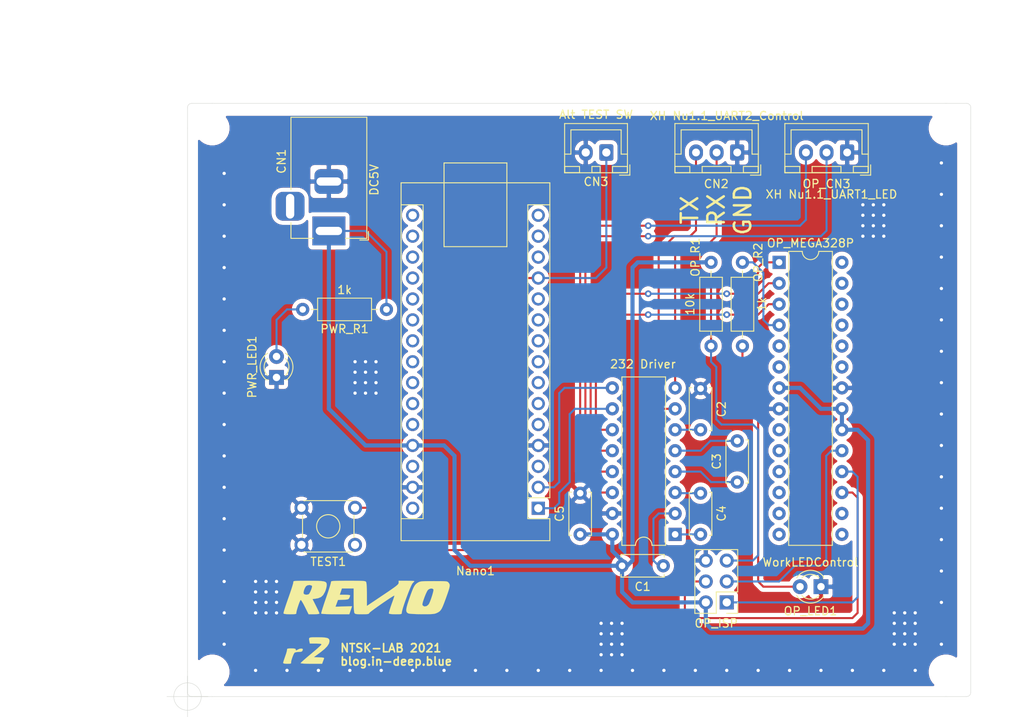
<source format=kicad_pcb>
(kicad_pcb (version 20171130) (host pcbnew "(5.1.9)-1")
  (layers (0 F.Cu signal) (31 B.Cu signal) (35 F.Paste user) (37 F.SilkS user) (38 B.Mask user) (39 F.Mask user) (44 Edge.Cuts user))
  (net 0 "")
  (net 1 GND)
  (net 2 +5V)
  (net 3 "Net-(C1-Pad2)")
  (net 4 "Net-(C3-Pad1)")
  (net 5 "Net-(C3-Pad2)")
  (net 6 "Net-(C4-Pad2)")
  (net 7 "Net-(C4-Pad1)")
  (net 8 "Net-(CN2-Pad3)")
  (net 9 "Net-(CN2-Pad2)")
  (net 10 "Net-(Nano1-Pad1)")
  (net 11 "Net-(Nano1-Pad2)")
  (net 12 "Net-(CN3-Pad1)")
  (net 13 "Net-(C2-Pad1)")
  (net 14 "Net-(OP_CN3-Pad3)")
  (net 15 "Net-(OP_CN3-Pad2)")
  (net 16 "Net-(OP_ISP1-Pad5)")
  (net 17 "Net-(OP_ISP1-Pad4)")
  (net 18 "Net-(OP_ISP1-Pad3)")
  (net 19 "Net-(OP_ISP1-Pad1)")
  (net 20 "Net-(OP_LED1-Pad2)")
  (net 21 "Net-(OP_R2-Pad2)")
  (net 22 "Net-(OP_U2-Pad3)")
  (net 23 "Net-(OP_U2-Pad2)")
  (net 24 "Net-(PWR_LED1-Pad2)")
  (module logos:revio (layer F.Cu) (at 85.09 105.41)
    (fp_text reference G*** hide)
    (fp_text value LOGO hide)
  )
  (module MountingHole:MountingHole_3.2mm_M3 (layer F.Cu) (at 155.5 45.3)
    (fp_text reference REF** hide)
    (fp_text value MountingHole_3.2mm_M3)
    (pad 1 np_thru_hole circle (at 0 0) (size 3.2 3.2) (drill 3.2) (layers *.Cu *.Mask))
  )
  (module MountingHole:MountingHole_3.2mm_M3 (layer F.Cu) (at 155.5 111.3)
    (fp_text reference REF** hide)
    (fp_text value MountingHole_3.2mm_M3)
    (pad 1 np_thru_hole circle (at 0 0) (size 3.2 3.2) (drill 3.2) (layers *.Cu *.Mask))
  )
  (module MountingHole:MountingHole_3.2mm_M3 (layer F.Cu) (at 66.5 111.3)
    (fp_text reference REF** hide)
    (fp_text value MountingHole_3.2mm_M3)
    (pad 1 np_thru_hole circle (at 0 0) (size 3.2 3.2) (drill 3.2) (layers *.Cu *.Mask))
  )
  (module MountingHole:MountingHole_3.2mm_M3 (layer F.Cu) (at 66.5 45.3)
    (fp_text reference REF** hide)
    (fp_text value MountingHole_3.2mm_M3)
    (pad 1 np_thru_hole circle (at 0 0) (size 3.2 3.2) (drill 3.2) (layers *.Cu *.Mask))
  )
  (module Capacitor_THT:C_Disc_D5.0mm_W2.5mm_P5.00mm (layer F.Cu) (at 111.125 94.615 90)
    (fp_text reference C5 (at 2.5 -2.5 90) (layer F.SilkS))
    (fp_text value 0.1u)
    (pad 2 thru_hole circle (at 5 0 90) (size 1.6 1.6) (drill 0.8) (layers *.Cu *.Mask) (net 1 GND))
    (pad 1 thru_hole circle (at 0 0 90) (size 1.6 1.6) (drill 0.8) (layers *.Cu *.Mask) (net 2 +5V))
  )
  (module Connector_PinHeader_2.54mm:PinHeader_2x03_P2.54mm_Vertical (layer F.Cu) (at 128.905 102.87 180)
    (fp_text reference OP_ISP (at 1.27 -2.54) (layer F.SilkS))
    (fp_text value Conn_01x06)
    (pad 6 thru_hole oval (at 2.54 5.08 180) (size 1.7 1.7) (drill 1) (layers *.Cu *.Mask) (net 1 GND))
    (pad 5 thru_hole oval (at 0 5.08 180) (size 1.7 1.7) (drill 1) (layers *.Cu *.Mask) (net 16 "Net-(OP_ISP1-Pad5)"))
    (pad 4 thru_hole oval (at 2.54 2.54 180) (size 1.7 1.7) (drill 1) (layers *.Cu *.Mask) (net 17 "Net-(OP_ISP1-Pad4)"))
    (pad 3 thru_hole oval (at 0 2.54 180) (size 1.7 1.7) (drill 1) (layers *.Cu *.Mask) (net 18 "Net-(OP_ISP1-Pad3)"))
    (pad 2 thru_hole oval (at 2.54 0 180) (size 1.7 1.7) (drill 1) (layers *.Cu *.Mask) (net 2 +5V))
    (pad 1 thru_hole rect (at 0 0 180) (size 1.7 1.7) (drill 1) (layers *.Cu *.Mask) (net 19 "Net-(OP_ISP1-Pad1)"))
  )
  (module Resistor_THT:R_Axial_DIN0207_L6.3mm_D2.5mm_P10.16mm_Horizontal (layer F.Cu) (at 87.63 67.31 180)
    (fp_text reference PWR_R1 (at 5.08 -2.37) (layer F.SilkS))
    (fp_text value 1k (at 5.08 2.37) (layer F.SilkS))
    (pad 2 thru_hole oval (at 10.16 0 180) (size 1.6 1.6) (drill 0.8) (layers *.Cu *.Mask) (net 24 "Net-(PWR_LED1-Pad2)"))
    (pad 1 thru_hole circle (at 0 0 180) (size 1.6 1.6) (drill 0.8) (layers *.Cu *.Mask) (net 2 +5V))
  )
  (module LED_THT:LED_D3.0mm (layer F.Cu) (at 74.295 75.565 90)
    (fp_text reference PWR_LED1 (at 1.27 -2.96 90) (layer F.SilkS))
    (fp_text value PwrOK)
    (pad 2 thru_hole circle (at 2.54 0 90) (size 1.8 1.8) (drill 0.9) (layers *.Cu *.Mask) (net 24 "Net-(PWR_LED1-Pad2)"))
    (pad 1 thru_hole rect (at 0 0 90) (size 1.8 1.8) (drill 0.9) (layers *.Cu *.Mask) (net 1 GND))
  )
  (module Package_DIP:DIP-28_W7.62mm (layer F.Cu) (at 135.255 61.595)
    (fp_text reference OP_MEGA328P (at 3.81 -2.33) (layer F.SilkS))
    (fp_text value ATmega328P-PU)
    (pad 28 thru_hole oval (at 7.62 0) (size 1.6 1.6) (drill 0.8) (layers *.Cu *.Mask))
    (pad 14 thru_hole oval (at 0 33.02) (size 1.6 1.6) (drill 0.8) (layers *.Cu *.Mask))
    (pad 27 thru_hole oval (at 7.62 2.54) (size 1.6 1.6) (drill 0.8) (layers *.Cu *.Mask))
    (pad 13 thru_hole oval (at 0 30.48) (size 1.6 1.6) (drill 0.8) (layers *.Cu *.Mask))
    (pad 26 thru_hole oval (at 7.62 5.08) (size 1.6 1.6) (drill 0.8) (layers *.Cu *.Mask))
    (pad 12 thru_hole oval (at 0 27.94) (size 1.6 1.6) (drill 0.8) (layers *.Cu *.Mask))
    (pad 25 thru_hole oval (at 7.62 7.62) (size 1.6 1.6) (drill 0.8) (layers *.Cu *.Mask))
    (pad 11 thru_hole oval (at 0 25.4) (size 1.6 1.6) (drill 0.8) (layers *.Cu *.Mask))
    (pad 24 thru_hole oval (at 7.62 10.16) (size 1.6 1.6) (drill 0.8) (layers *.Cu *.Mask))
    (pad 10 thru_hole oval (at 0 22.86) (size 1.6 1.6) (drill 0.8) (layers *.Cu *.Mask))
    (pad 23 thru_hole oval (at 7.62 12.7) (size 1.6 1.6) (drill 0.8) (layers *.Cu *.Mask))
    (pad 9 thru_hole oval (at 0 20.32) (size 1.6 1.6) (drill 0.8) (layers *.Cu *.Mask))
    (pad 22 thru_hole oval (at 7.62 15.24) (size 1.6 1.6) (drill 0.8) (layers *.Cu *.Mask) (net 1 GND))
    (pad 8 thru_hole oval (at 0 17.78) (size 1.6 1.6) (drill 0.8) (layers *.Cu *.Mask) (net 1 GND))
    (pad 21 thru_hole oval (at 7.62 17.78) (size 1.6 1.6) (drill 0.8) (layers *.Cu *.Mask) (net 2 +5V))
    (pad 7 thru_hole oval (at 0 15.24) (size 1.6 1.6) (drill 0.8) (layers *.Cu *.Mask) (net 2 +5V))
    (pad 20 thru_hole oval (at 7.62 20.32) (size 1.6 1.6) (drill 0.8) (layers *.Cu *.Mask) (net 2 +5V))
    (pad 6 thru_hole oval (at 0 12.7) (size 1.6 1.6) (drill 0.8) (layers *.Cu *.Mask))
    (pad 19 thru_hole oval (at 7.62 22.86) (size 1.6 1.6) (drill 0.8) (layers *.Cu *.Mask) (net 18 "Net-(OP_ISP1-Pad3)"))
    (pad 5 thru_hole oval (at 0 10.16) (size 1.6 1.6) (drill 0.8) (layers *.Cu *.Mask))
    (pad 18 thru_hole oval (at 7.62 25.4) (size 1.6 1.6) (drill 0.8) (layers *.Cu *.Mask) (net 19 "Net-(OP_ISP1-Pad1)"))
    (pad 4 thru_hole oval (at 0 7.62) (size 1.6 1.6) (drill 0.8) (layers *.Cu *.Mask) (net 21 "Net-(OP_R2-Pad2)"))
    (pad 17 thru_hole oval (at 7.62 27.94) (size 1.6 1.6) (drill 0.8) (layers *.Cu *.Mask) (net 17 "Net-(OP_ISP1-Pad4)"))
    (pad 3 thru_hole oval (at 0 5.08) (size 1.6 1.6) (drill 0.8) (layers *.Cu *.Mask) (net 22 "Net-(OP_U2-Pad3)"))
    (pad 16 thru_hole oval (at 7.62 30.48) (size 1.6 1.6) (drill 0.8) (layers *.Cu *.Mask))
    (pad 2 thru_hole oval (at 0 2.54) (size 1.6 1.6) (drill 0.8) (layers *.Cu *.Mask) (net 23 "Net-(OP_U2-Pad2)"))
    (pad 15 thru_hole oval (at 7.62 33.02) (size 1.6 1.6) (drill 0.8) (layers *.Cu *.Mask))
    (pad 1 thru_hole rect (at 0 0) (size 1.6 1.6) (drill 0.8) (layers *.Cu *.Mask) (net 16 "Net-(OP_ISP1-Pad5)"))
  )
  (module Resistor_THT:R_Axial_DIN0207_L6.3mm_D2.5mm_P10.16mm_Horizontal (layer F.Cu) (at 130.81 71.755 90)
    (fp_text reference OP_R2 (at 10.16 1.905 90) (layer F.SilkS))
    (fp_text value 1k (at 5.08 2.37 90) (layer F.SilkS))
    (pad 2 thru_hole oval (at 10.16 0 90) (size 1.6 1.6) (drill 0.8) (layers *.Cu *.Mask) (net 21 "Net-(OP_R2-Pad2)"))
    (pad 1 thru_hole circle (at 0 0 90) (size 1.6 1.6) (drill 0.8) (layers *.Cu *.Mask) (net 20 "Net-(OP_LED1-Pad2)"))
  )
  (module Resistor_THT:R_Axial_DIN0207_L6.3mm_D2.5mm_P10.16mm_Horizontal (layer F.Cu) (at 127 71.755 90)
    (fp_text reference OP_R1 (at 10.795 -1.905 90) (layer F.SilkS))
    (fp_text value 10k (at 5.08 -2.54 90) (layer F.SilkS))
    (pad 2 thru_hole oval (at 10.16 0 90) (size 1.6 1.6) (drill 0.8) (layers *.Cu *.Mask) (net 2 +5V))
    (pad 1 thru_hole circle (at 0 0 90) (size 1.6 1.6) (drill 0.8) (layers *.Cu *.Mask) (net 16 "Net-(OP_ISP1-Pad5)"))
  )
  (module LED_THT:LED_D3.0mm (layer F.Cu) (at 140.335 100.965 180)
    (fp_text reference OP_LED1 (at 1.27 -2.96) (layer F.SilkS))
    (fp_text value WorkLEDControl (at 1.27 2.96) (layer F.SilkS))
    (pad 2 thru_hole circle (at 2.54 0 180) (size 1.8 1.8) (drill 0.9) (layers *.Cu *.Mask) (net 20 "Net-(OP_LED1-Pad2)"))
    (pad 1 thru_hole rect (at 0 0 180) (size 1.8 1.8) (drill 0.9) (layers *.Cu *.Mask) (net 1 GND))
  )
  (module Connector_JST:JST_XH_B3B-XH-A_1x03_P2.50mm_Vertical (layer F.Cu) (at 143.51 48.26 180)
    (fp_text reference OP_CN3 (at 2.5 -3.81) (layer F.SilkS))
    (fp_text value "XH Nu1.1_UART1_LED" (at 1.905 -5.08) (layer F.SilkS))
    (pad 3 thru_hole oval (at 5 0 180) (size 1.7 1.95) (drill 0.95) (layers *.Cu *.Mask) (net 14 "Net-(OP_CN3-Pad3)"))
    (pad 2 thru_hole oval (at 2.5 0 180) (size 1.7 1.95) (drill 0.95) (layers *.Cu *.Mask) (net 15 "Net-(OP_CN3-Pad2)"))
    (pad 1 thru_hole roundrect (at 0 0 180) (size 1.7 1.95) (drill 0.95) (layers *.Cu *.Mask) (roundrect_rratio 0.147059) (net 1 GND))
  )
  (module Capacitor_THT:C_Disc_D5.0mm_W2.5mm_P5.00mm (layer F.Cu) (at 125.73 94.615 90)
    (fp_text reference C4 (at 2.54 2.54 90) (layer F.SilkS))
    (fp_text value 0.1u)
    (pad 2 thru_hole circle (at 5 0 90) (size 1.6 1.6) (drill 0.8) (layers *.Cu *.Mask) (net 6 "Net-(C4-Pad2)"))
    (pad 1 thru_hole circle (at 0 0 90) (size 1.6 1.6) (drill 0.8) (layers *.Cu *.Mask) (net 7 "Net-(C4-Pad1)"))
  )
  (module Capacitor_THT:C_Disc_D5.0mm_W2.5mm_P5.00mm (layer F.Cu) (at 130.175 88.265 90)
    (fp_text reference C3 (at 2.5 -2.5 90) (layer F.SilkS))
    (fp_text value 0.1u)
    (pad 2 thru_hole circle (at 5 0 90) (size 1.6 1.6) (drill 0.8) (layers *.Cu *.Mask) (net 5 "Net-(C3-Pad2)"))
    (pad 1 thru_hole circle (at 0 0 90) (size 1.6 1.6) (drill 0.8) (layers *.Cu *.Mask) (net 4 "Net-(C3-Pad1)"))
  )
  (module Capacitor_THT:C_Disc_D5.0mm_W2.5mm_P5.00mm (layer F.Cu) (at 125.73 81.915 90)
    (fp_text reference C2 (at 2.5 2.54 90) (layer F.SilkS))
    (fp_text value 0.1u)
    (pad 2 thru_hole circle (at 5 0 90) (size 1.6 1.6) (drill 0.8) (layers *.Cu *.Mask) (net 1 GND))
    (pad 1 thru_hole circle (at 0 0 90) (size 1.6 1.6) (drill 0.8) (layers *.Cu *.Mask) (net 13 "Net-(C2-Pad1)"))
  )
  (module Capacitor_THT:C_Disc_D5.0mm_W2.5mm_P5.00mm (layer F.Cu) (at 116.205 98.425)
    (fp_text reference C1 (at 2.5 2.54) (layer F.SilkS))
    (fp_text value 0.1u)
    (pad 2 thru_hole circle (at 5 0) (size 1.6 1.6) (drill 0.8) (layers *.Cu *.Mask) (net 3 "Net-(C1-Pad2)"))
    (pad 1 thru_hole circle (at 0 0) (size 1.6 1.6) (drill 0.8) (layers *.Cu *.Mask) (net 2 +5V))
  )
  (module Connector_JST:JST_XH_B2B-XH-A_1x02_P2.50mm_Vertical (layer F.Cu) (at 114.3 48.26 180)
    (fp_text reference CN3 (at 1.25 -3.55) (layer F.SilkS))
    (fp_text value "Alt TEST SW" (at 1.25 4.6) (layer F.SilkS))
    (pad 2 thru_hole oval (at 2.5 0 180) (size 1.7 2) (drill 1) (layers *.Cu *.Mask) (net 1 GND))
    (pad 1 thru_hole roundrect (at 0 0 180) (size 1.7 2) (drill 1) (layers *.Cu *.Mask) (roundrect_rratio 0.147059) (net 12 "Net-(CN3-Pad1)"))
  )
  (module Module:Arduino_Nano (layer F.Cu) (at 106.045 91.44 180)
    (fp_text reference Nano1 (at 7.62 -7.62) (layer F.SilkS))
    (fp_text value Arduino_Nano_v3.x)
    (pad 1 thru_hole rect (at 0 0 180) (size 1.6 1.6) (drill 1) (layers *.Cu *.Mask) (net 10 "Net-(Nano1-Pad1)"))
    (pad 17 thru_hole oval (at 15.24 33.02 180) (size 1.6 1.6) (drill 1) (layers *.Cu *.Mask))
    (pad 2 thru_hole oval (at 0 2.54 180) (size 1.6 1.6) (drill 1) (layers *.Cu *.Mask) (net 11 "Net-(Nano1-Pad2)"))
    (pad 18 thru_hole oval (at 15.24 30.48 180) (size 1.6 1.6) (drill 1) (layers *.Cu *.Mask))
    (pad 3 thru_hole oval (at 0 5.08 180) (size 1.6 1.6) (drill 1) (layers *.Cu *.Mask))
    (pad 19 thru_hole oval (at 15.24 27.94 180) (size 1.6 1.6) (drill 1) (layers *.Cu *.Mask))
    (pad 4 thru_hole oval (at 0 7.62 180) (size 1.6 1.6) (drill 1) (layers *.Cu *.Mask) (net 1 GND))
    (pad 20 thru_hole oval (at 15.24 25.4 180) (size 1.6 1.6) (drill 1) (layers *.Cu *.Mask))
    (pad 5 thru_hole oval (at 0 10.16 180) (size 1.6 1.6) (drill 1) (layers *.Cu *.Mask))
    (pad 21 thru_hole oval (at 15.24 22.86 180) (size 1.6 1.6) (drill 1) (layers *.Cu *.Mask))
    (pad 6 thru_hole oval (at 0 12.7 180) (size 1.6 1.6) (drill 1) (layers *.Cu *.Mask))
    (pad 22 thru_hole oval (at 15.24 20.32 180) (size 1.6 1.6) (drill 1) (layers *.Cu *.Mask))
    (pad 7 thru_hole oval (at 0 15.24 180) (size 1.6 1.6) (drill 1) (layers *.Cu *.Mask))
    (pad 23 thru_hole oval (at 15.24 17.78 180) (size 1.6 1.6) (drill 1) (layers *.Cu *.Mask))
    (pad 8 thru_hole oval (at 0 17.78 180) (size 1.6 1.6) (drill 1) (layers *.Cu *.Mask))
    (pad 24 thru_hole oval (at 15.24 15.24 180) (size 1.6 1.6) (drill 1) (layers *.Cu *.Mask))
    (pad 9 thru_hole oval (at 0 20.32 180) (size 1.6 1.6) (drill 1) (layers *.Cu *.Mask))
    (pad 25 thru_hole oval (at 15.24 12.7 180) (size 1.6 1.6) (drill 1) (layers *.Cu *.Mask))
    (pad 10 thru_hole oval (at 0 22.86 180) (size 1.6 1.6) (drill 1) (layers *.Cu *.Mask))
    (pad 26 thru_hole oval (at 15.24 10.16 180) (size 1.6 1.6) (drill 1) (layers *.Cu *.Mask))
    (pad 11 thru_hole oval (at 0 25.4 180) (size 1.6 1.6) (drill 1) (layers *.Cu *.Mask))
    (pad 27 thru_hole oval (at 15.24 7.62 180) (size 1.6 1.6) (drill 1) (layers *.Cu *.Mask) (net 2 +5V))
    (pad 12 thru_hole oval (at 0 27.94 180) (size 1.6 1.6) (drill 1) (layers *.Cu *.Mask) (net 12 "Net-(CN3-Pad1)"))
    (pad 28 thru_hole oval (at 15.24 5.08 180) (size 1.6 1.6) (drill 1) (layers *.Cu *.Mask))
    (pad 13 thru_hole oval (at 0 30.48 180) (size 1.6 1.6) (drill 1) (layers *.Cu *.Mask))
    (pad 29 thru_hole oval (at 15.24 2.54 180) (size 1.6 1.6) (drill 1) (layers *.Cu *.Mask) (net 1 GND))
    (pad 14 thru_hole oval (at 0 33.02 180) (size 1.6 1.6) (drill 1) (layers *.Cu *.Mask))
    (pad 30 thru_hole oval (at 15.24 0 180) (size 1.6 1.6) (drill 1) (layers *.Cu *.Mask))
    (pad 15 thru_hole oval (at 0 35.56 180) (size 1.6 1.6) (drill 1) (layers *.Cu *.Mask))
    (pad 16 thru_hole oval (at 15.24 35.56 180) (size 1.6 1.6) (drill 1) (layers *.Cu *.Mask))
  )
  (module Connector_BarrelJack:BarrelJack_Horizontal (layer F.Cu) (at 80.645 57.785 270)
    (fp_text reference CN1 (at -8.45 5.75 90) (layer F.SilkS))
    (fp_text value DC5V (at -6.2 -5.5 90) (layer F.SilkS))
    (pad 3 thru_hole roundrect (at -3 4.7 270) (size 3.5 3.5) (drill oval 3 1) (layers *.Cu *.Mask))
    (pad 2 thru_hole roundrect (at -6 0 270) (size 3 3.5) (drill oval 1 3) (layers *.Cu *.Mask) (net 1 GND))
    (pad 1 thru_hole rect (at 0 0 270) (size 3.5 4) (drill oval 1 3.2) (layers *.Cu *.Mask) (net 2 +5V))
  )
  (module Connector_JST:JST_XH_B3B-XH-A_1x03_P2.50mm_Vertical (layer F.Cu) (at 130.175 48.26 180)
    (fp_text reference CN2 (at 2.54 -3.81) (layer F.SilkS))
    (fp_text value "XH Nu1.1_UART2_Control" (at 1.27 4.445) (layer F.SilkS))
    (pad 3 thru_hole oval (at 5 0 180) (size 1.7 1.95) (drill 0.95) (layers *.Cu *.Mask) (net 8 "Net-(CN2-Pad3)"))
    (pad 2 thru_hole oval (at 2.5 0 180) (size 1.7 1.95) (drill 0.95) (layers *.Cu *.Mask) (net 9 "Net-(CN2-Pad2)"))
    (pad 1 thru_hole roundrect (at 0 0 180) (size 1.7 1.95) (drill 0.95) (layers *.Cu *.Mask) (roundrect_rratio 0.1470588235294118) (net 1 GND))
  )
  (module Button_Switch_THT:SW_TH_Tactile_Omron_B3F-10xx (layer F.Cu) (at 83.82 95.885 180)
    (fp_text reference TEST1 (at 3.25 -2.05) (layer F.SilkS))
    (fp_text value SW_Push)
    (pad 4 thru_hole circle (at 6.5 4.5 180) (size 1.7 1.7) (drill 1) (layers *.Cu *.Mask) (net 1 GND))
    (pad 3 thru_hole circle (at 0 4.5 180) (size 1.7 1.7) (drill 1) (layers *.Cu *.Mask) (net 12 "Net-(CN3-Pad1)"))
    (pad 2 thru_hole circle (at 6.5 0 180) (size 1.7 1.7) (drill 1) (layers *.Cu *.Mask) (net 1 GND))
    (pad 1 thru_hole circle (at 0 0 180) (size 1.7 1.7) (drill 1) (layers *.Cu *.Mask))
  )
  (module Package_DIP:DIP-16_W7.62mm (layer F.Cu) (at 122.645 94.615 180)
    (fp_text reference "232 Driver" (at 3.9 20.66) (layer F.SilkS))
    (fp_text value MAX232)
    (pad 1 thru_hole rect (at 0 0 180) (size 1.6 1.6) (drill 0.8) (layers *.Cu *.Mask) (net 7 "Net-(C4-Pad1)"))
    (pad 9 thru_hole oval (at 7.62 17.78 180) (size 1.6 1.6) (drill 0.8) (layers *.Cu *.Mask) (net 11 "Net-(Nano1-Pad2)"))
    (pad 2 thru_hole oval (at 0 2.54 180) (size 1.6 1.6) (drill 0.8) (layers *.Cu *.Mask) (net 3 "Net-(C1-Pad2)"))
    (pad 10 thru_hole oval (at 7.62 15.24 180) (size 1.6 1.6) (drill 0.8) (layers *.Cu *.Mask) (net 10 "Net-(Nano1-Pad1)"))
    (pad 3 thru_hole oval (at 0 5.08 180) (size 1.6 1.6) (drill 0.8) (layers *.Cu *.Mask) (net 6 "Net-(C4-Pad2)"))
    (pad 11 thru_hole oval (at 7.62 12.7 180) (size 1.6 1.6) (drill 0.8) (layers *.Cu *.Mask) (net 22 "Net-(OP_U2-Pad3)"))
    (pad 4 thru_hole oval (at 0 7.62 180) (size 1.6 1.6) (drill 0.8) (layers *.Cu *.Mask) (net 4 "Net-(C3-Pad1)"))
    (pad 12 thru_hole oval (at 7.62 10.16 180) (size 1.6 1.6) (drill 0.8) (layers *.Cu *.Mask) (net 23 "Net-(OP_U2-Pad2)"))
    (pad 5 thru_hole oval (at 0 10.16 180) (size 1.6 1.6) (drill 0.8) (layers *.Cu *.Mask) (net 5 "Net-(C3-Pad2)"))
    (pad 13 thru_hole oval (at 7.62 7.62 180) (size 1.6 1.6) (drill 0.8) (layers *.Cu *.Mask) (net 15 "Net-(OP_CN3-Pad2)"))
    (pad 6 thru_hole oval (at 0 12.7 180) (size 1.6 1.6) (drill 0.8) (layers *.Cu *.Mask) (net 13 "Net-(C2-Pad1)"))
    (pad 14 thru_hole oval (at 7.62 5.08 180) (size 1.6 1.6) (drill 0.8) (layers *.Cu *.Mask) (net 14 "Net-(OP_CN3-Pad3)"))
    (pad 7 thru_hole oval (at 0 15.24 180) (size 1.6 1.6) (drill 0.8) (layers *.Cu *.Mask) (net 8 "Net-(CN2-Pad3)"))
    (pad 15 thru_hole oval (at 7.62 2.54 180) (size 1.6 1.6) (drill 0.8) (layers *.Cu *.Mask) (net 1 GND))
    (pad 8 thru_hole oval (at 0 17.78 180) (size 1.6 1.6) (drill 0.8) (layers *.Cu *.Mask) (net 9 "Net-(CN2-Pad2)"))
    (pad 16 thru_hole oval (at 7.62 0 180) (size 1.6 1.6) (drill 0.8) (layers *.Cu *.Mask) (net 2 +5V))
  )
  (gr_line (start 158.5 113.8) (end 158.5 111.3) (layer Edge.Cuts) (width 0.05))
  (gr_line (start 155.5 114.3) (end 158 114.3) (layer Edge.Cuts) (width 0.05))
  (gr_arc (start 158 113.8) (end 158 114.3) (angle -90) (layer Edge.Cuts) (width 0.05))
  (gr_line (start 158.5 42.8) (end 158.5 45.3) (layer Edge.Cuts) (width 0.05))
  (gr_line (start 155.5 42.3) (end 158 42.3) (layer Edge.Cuts) (width 0.05))
  (gr_arc (start 158 42.8) (end 158.5 42.8) (angle -90) (layer Edge.Cuts) (width 0.05))
  (gr_line (start 63.5 42.8) (end 63.5 45.3) (layer Edge.Cuts) (width 0.05))
  (gr_line (start 66.5 42.3) (end 64 42.3) (layer Edge.Cuts) (width 0.05))
  (gr_arc (start 64 42.8) (end 64 42.3) (angle -90) (layer Edge.Cuts) (width 0.05))
  (gr_line (start 64 114.3) (end 66.5 114.3) (layer Edge.Cuts) (width 0.05))
  (gr_line (start 63.5 111.3) (end 63.5 113.8) (layer Edge.Cuts) (width 0.05))
  (gr_arc (start 64 113.8) (end 63.5 113.8) (angle -90) (layer Edge.Cuts) (width 0.05))
  (gr_line (start 66.5 42.3) (end 155.5 42.3) (layer Edge.Cuts) (width 0.05))
  (gr_line (start 63.5 111.3) (end 63.5 45.3) (layer Edge.Cuts) (width 0.05))
  (gr_line (start 155.5 114.3) (end 66.5 114.3) (layer Edge.Cuts) (width 0.05))
  (gr_line (start 158.5 45.3) (end 158.5 111.3) (layer Edge.Cuts) (width 0.05))
  (target plus (at 63.5 114.3) (size 5) (width 0.05) (layer Edge.Cuts))
  (gr_line (start 94.615 49.53) (end 94.615 50.165) (layer F.SilkS) (width 0.12))
  (gr_line (start 102.235 49.53) (end 94.615 49.53) (layer F.SilkS) (width 0.12))
  (gr_line (start 102.235 59.69) (end 102.235 49.53) (layer F.SilkS) (width 0.12))
  (gr_line (start 94.615 59.69) (end 102.235 59.69) (layer F.SilkS) (width 0.12))
  (gr_line (start 94.615 50.165) (end 94.615 59.69) (layer F.SilkS) (width 0.12))
  (gr_text "TX\nRX\nGND" (at 127.635 55.245 90) (layer F.SilkS) (effects (font (size 2 2) (thickness 0.3))))
  (gr_text "NTSK-LAB 2021\nblog.in-deep.blue" (at 81.915 109.22) (layer F.SilkS) (effects (font (size 1 1) (thickness 0.2)) (justify left)))
  (via (at 154.94 60.96) (size 0.8) (drill 0.4) (layers F.Cu B.Cu) (net 1))
  (via (at 154.94 68.58) (size 0.8) (drill 0.4) (layers F.Cu B.Cu) (net 1))
  (via (at 154.94 91.44) (size 0.8) (drill 0.4) (layers F.Cu B.Cu) (net 1))
  (via (at 113.665 109.22) (size 0.8) (drill 0.4) (layers F.Cu B.Cu) (net 1))
  (via (at 113.665 106.68) (size 0.8) (drill 0.4) (layers F.Cu B.Cu) (net 1))
  (via (at 114.935 106.68) (size 0.8) (drill 0.4) (layers F.Cu B.Cu) (net 1))
  (via (at 116.205 109.22) (size 0.8) (drill 0.4) (layers F.Cu B.Cu) (net 1))
  (via (at 113.665 105.41) (size 0.8) (drill 0.4) (layers F.Cu B.Cu) (net 1))
  (via (at 116.205 107.95) (size 0.8) (drill 0.4) (layers F.Cu B.Cu) (net 1))
  (via (at 113.665 107.95) (size 0.8) (drill 0.4) (layers F.Cu B.Cu) (net 1))
  (via (at 114.935 109.22) (size 0.8) (drill 0.4) (layers F.Cu B.Cu) (net 1))
  (via (at 114.935 107.95) (size 0.8) (drill 0.4) (layers F.Cu B.Cu) (net 1))
  (via (at 116.205 105.41) (size 0.8) (drill 0.4) (layers F.Cu B.Cu) (net 1))
  (via (at 114.935 105.41) (size 0.8) (drill 0.4) (layers F.Cu B.Cu) (net 1))
  (via (at 116.205 106.68) (size 0.8) (drill 0.4) (layers F.Cu B.Cu) (net 1))
  (via (at 83.82 77.47) (size 0.8) (drill 0.4) (layers F.Cu B.Cu) (net 1))
  (via (at 83.82 74.93) (size 0.8) (drill 0.4) (layers F.Cu B.Cu) (net 1))
  (via (at 85.09 74.93) (size 0.8) (drill 0.4) (layers F.Cu B.Cu) (net 1))
  (via (at 86.36 77.47) (size 0.8) (drill 0.4) (layers F.Cu B.Cu) (net 1))
  (via (at 83.82 73.66) (size 0.8) (drill 0.4) (layers F.Cu B.Cu) (net 1))
  (via (at 86.36 76.2) (size 0.8) (drill 0.4) (layers F.Cu B.Cu) (net 1))
  (via (at 83.82 76.2) (size 0.8) (drill 0.4) (layers F.Cu B.Cu) (net 1))
  (via (at 85.09 77.47) (size 0.8) (drill 0.4) (layers F.Cu B.Cu) (net 1))
  (via (at 85.09 76.2) (size 0.8) (drill 0.4) (layers F.Cu B.Cu) (net 1))
  (via (at 86.36 73.66) (size 0.8) (drill 0.4) (layers F.Cu B.Cu) (net 1))
  (via (at 85.09 73.66) (size 0.8) (drill 0.4) (layers F.Cu B.Cu) (net 1))
  (via (at 86.36 74.93) (size 0.8) (drill 0.4) (layers F.Cu B.Cu) (net 1))
  (via (at 71.755 104.14) (size 0.8) (drill 0.4) (layers F.Cu B.Cu) (net 1))
  (via (at 71.755 101.6) (size 0.8) (drill 0.4) (layers F.Cu B.Cu) (net 1))
  (via (at 73.025 101.6) (size 0.8) (drill 0.4) (layers F.Cu B.Cu) (net 1))
  (via (at 74.295 104.14) (size 0.8) (drill 0.4) (layers F.Cu B.Cu) (net 1))
  (via (at 71.755 100.33) (size 0.8) (drill 0.4) (layers F.Cu B.Cu) (net 1))
  (via (at 74.295 102.87) (size 0.8) (drill 0.4) (layers F.Cu B.Cu) (net 1))
  (via (at 71.755 102.87) (size 0.8) (drill 0.4) (layers F.Cu B.Cu) (net 1))
  (via (at 73.025 104.14) (size 0.8) (drill 0.4) (layers F.Cu B.Cu) (net 1))
  (via (at 73.025 102.87) (size 0.8) (drill 0.4) (layers F.Cu B.Cu) (net 1))
  (via (at 74.295 100.33) (size 0.8) (drill 0.4) (layers F.Cu B.Cu) (net 1))
  (via (at 73.025 100.33) (size 0.8) (drill 0.4) (layers F.Cu B.Cu) (net 1))
  (via (at 74.295 101.6) (size 0.8) (drill 0.4) (layers F.Cu B.Cu) (net 1))
  (via (at 154.94 49.53) (size 0.8) (drill 0.4) (layers F.Cu B.Cu) (net 1))
  (via (at 154.94 53.34) (size 0.8) (drill 0.4) (layers F.Cu B.Cu) (net 1))
  (via (at 154.94 57.15) (size 0.8) (drill 0.4) (layers F.Cu B.Cu) (net 1))
  (via (at 154.94 64.77) (size 0.8) (drill 0.4) (layers F.Cu B.Cu) (net 1))
  (via (at 154.94 72.39) (size 0.8) (drill 0.4) (layers F.Cu B.Cu) (net 1))
  (via (at 154.94 76.2) (size 0.8) (drill 0.4) (layers F.Cu B.Cu) (net 1))
  (via (at 154.94 80.01) (size 0.8) (drill 0.4) (layers F.Cu B.Cu) (net 1))
  (via (at 154.94 83.82) (size 0.8) (drill 0.4) (layers F.Cu B.Cu) (net 1))
  (via (at 154.94 87.63) (size 0.8) (drill 0.4) (layers F.Cu B.Cu) (net 1))
  (via (at 151.765 106.68) (size 0.8) (drill 0.4) (layers F.Cu B.Cu) (net 1))
  (via (at 149.225 107.95) (size 0.8) (drill 0.4) (layers F.Cu B.Cu) (net 1))
  (via (at 150.495 105.41) (size 0.8) (drill 0.4) (layers F.Cu B.Cu) (net 1))
  (via (at 150.495 107.95) (size 0.8) (drill 0.4) (layers F.Cu B.Cu) (net 1))
  (via (at 149.225 104.14) (size 0.8) (drill 0.4) (layers F.Cu B.Cu) (net 1))
  (via (at 150.495 104.14) (size 0.8) (drill 0.4) (layers F.Cu B.Cu) (net 1))
  (via (at 150.495 106.68) (size 0.8) (drill 0.4) (layers F.Cu B.Cu) (net 1))
  (via (at 151.765 107.95) (size 0.8) (drill 0.4) (layers F.Cu B.Cu) (net 1))
  (via (at 151.765 105.41) (size 0.8) (drill 0.4) (layers F.Cu B.Cu) (net 1))
  (via (at 151.765 104.14) (size 0.8) (drill 0.4) (layers F.Cu B.Cu) (net 1))
  (via (at 149.225 105.41) (size 0.8) (drill 0.4) (layers F.Cu B.Cu) (net 1))
  (via (at 149.225 106.68) (size 0.8) (drill 0.4) (layers F.Cu B.Cu) (net 1))
  (via (at 67.945 58.42) (size 0.8) (drill 0.4) (layers F.Cu B.Cu) (net 1))
  (via (at 67.945 62.23) (size 0.8) (drill 0.4) (layers F.Cu B.Cu) (net 1))
  (via (at 67.945 66.04) (size 0.8) (drill 0.4) (layers F.Cu B.Cu) (net 1))
  (via (at 67.945 50.8) (size 0.8) (drill 0.4) (layers F.Cu B.Cu) (net 1))
  (via (at 67.945 54.61) (size 0.8) (drill 0.4) (layers F.Cu B.Cu) (net 1))
  (via (at 117.475 111.125) (size 0.8) (drill 0.4) (layers F.Cu B.Cu) (net 1))
  (via (at 125.095 111.125) (size 0.8) (drill 0.4) (layers F.Cu B.Cu) (net 1))
  (via (at 121.285 111.125) (size 0.8) (drill 0.4) (layers F.Cu B.Cu) (net 1))
  (via (at 132.715 111.125) (size 0.8) (drill 0.4) (layers F.Cu B.Cu) (net 1))
  (via (at 144.145 111.125) (size 0.8) (drill 0.4) (layers F.Cu B.Cu) (net 1))
  (via (at 140.335 111.125) (size 0.8) (drill 0.4) (layers F.Cu B.Cu) (net 1))
  (via (at 136.525 111.125) (size 0.8) (drill 0.4) (layers F.Cu B.Cu) (net 1))
  (via (at 113.665 111.125) (size 0.8) (drill 0.4) (layers F.Cu B.Cu) (net 1))
  (via (at 128.905 111.125) (size 0.8) (drill 0.4) (layers F.Cu B.Cu) (net 1))
  (via (at 109.855 111.125) (size 0.8) (drill 0.4) (layers F.Cu B.Cu) (net 1))
  (via (at 151.765 111.125) (size 0.8) (drill 0.4) (layers F.Cu B.Cu) (net 1))
  (via (at 147.955 111.125) (size 0.8) (drill 0.4) (layers F.Cu B.Cu) (net 1))
  (via (at 146.685 55.88) (size 0.8) (drill 0.4) (layers F.Cu B.Cu) (net 1))
  (via (at 146.685 54.61) (size 0.8) (drill 0.4) (layers F.Cu B.Cu) (net 1))
  (via (at 145.415 54.61) (size 0.8) (drill 0.4) (layers F.Cu B.Cu) (net 1))
  (via (at 147.955 55.88) (size 0.8) (drill 0.4) (layers F.Cu B.Cu) (net 1))
  (via (at 146.685 58.42) (size 0.8) (drill 0.4) (layers F.Cu B.Cu) (net 1))
  (via (at 147.955 58.42) (size 0.8) (drill 0.4) (layers F.Cu B.Cu) (net 1))
  (via (at 147.955 54.61) (size 0.8) (drill 0.4) (layers F.Cu B.Cu) (net 1))
  (via (at 146.685 57.15) (size 0.8) (drill 0.4) (layers F.Cu B.Cu) (net 1))
  (via (at 147.955 57.15) (size 0.8) (drill 0.4) (layers F.Cu B.Cu) (net 1))
  (via (at 145.415 55.88) (size 0.8) (drill 0.4) (layers F.Cu B.Cu) (net 1))
  (via (at 145.415 58.42) (size 0.8) (drill 0.4) (layers F.Cu B.Cu) (net 1))
  (via (at 145.415 57.15) (size 0.8) (drill 0.4) (layers F.Cu B.Cu) (net 1))
  (via (at 154.94 95.25) (size 0.8) (drill 0.4) (layers F.Cu B.Cu) (net 1))
  (via (at 154.94 99.06) (size 0.8) (drill 0.4) (layers F.Cu B.Cu) (net 1))
  (via (at 154.94 102.87) (size 0.8) (drill 0.4) (layers F.Cu B.Cu) (net 1))
  (via (at 154.94 107.95) (size 0.8) (drill 0.4) (layers F.Cu B.Cu) (net 1))
  (via (at 106.045 111.125) (size 0.8) (drill 0.4) (layers F.Cu B.Cu) (net 1))
  (via (at 102.235 111.125) (size 0.8) (drill 0.4) (layers F.Cu B.Cu) (net 1))
  (via (at 98.425 111.125) (size 0.8) (drill 0.4) (layers F.Cu B.Cu) (net 1))
  (via (at 94.615 111.125) (size 0.8) (drill 0.4) (layers F.Cu B.Cu) (net 1))
  (via (at 90.805 111.125) (size 0.8) (drill 0.4) (layers F.Cu B.Cu) (net 1))
  (via (at 86.995 111.125) (size 0.8) (drill 0.4) (layers F.Cu B.Cu) (net 1))
  (via (at 83.185 111.125) (size 0.8) (drill 0.4) (layers F.Cu B.Cu) (net 1))
  (via (at 79.375 111.125) (size 0.8) (drill 0.4) (layers F.Cu B.Cu) (net 1))
  (via (at 75.565 111.125) (size 0.8) (drill 0.4) (layers F.Cu B.Cu) (net 1))
  (via (at 71.755 111.125) (size 0.8) (drill 0.4) (layers F.Cu B.Cu) (net 1))
  (via (at 67.945 107.95) (size 0.8) (drill 0.4) (layers F.Cu B.Cu) (net 1))
  (via (at 67.945 104.14) (size 0.8) (drill 0.4) (layers F.Cu B.Cu) (net 1))
  (via (at 67.945 100.33) (size 0.8) (drill 0.4) (layers F.Cu B.Cu) (net 1))
  (via (at 67.945 96.52) (size 0.8) (drill 0.4) (layers F.Cu B.Cu) (net 1))
  (via (at 67.945 92.71) (size 0.8) (drill 0.4) (layers F.Cu B.Cu) (net 1))
  (via (at 67.945 88.9) (size 0.8) (drill 0.4) (layers F.Cu B.Cu) (net 1))
  (via (at 67.945 85.09) (size 0.8) (drill 0.4) (layers F.Cu B.Cu) (net 1))
  (via (at 67.945 81.28) (size 0.8) (drill 0.4) (layers F.Cu B.Cu) (net 1))
  (via (at 67.945 77.47) (size 0.8) (drill 0.4) (layers F.Cu B.Cu) (net 1))
  (via (at 67.945 73.66) (size 0.8) (drill 0.4) (layers F.Cu B.Cu) (net 1))
  (via (at 67.945 69.85) (size 0.8) (drill 0.4) (layers F.Cu B.Cu) (net 1))
  (segment (start 80.645 79.375) (end 80.645 63.5) (width 0.5) (layer B.Cu) (net 2))
  (segment (start 85.09 83.82) (end 80.645 79.375) (width 0.5) (layer B.Cu) (net 2))
  (segment (start 90.805 83.82) (end 85.09 83.82) (width 0.5) (layer B.Cu) (net 2))
  (segment (start 114.73 94.615) (end 115.025 94.32) (width 0.5) (layer B.Cu) (net 2))
  (segment (start 95.885 85.09) (end 95.885 96.52) (width 0.5) (layer B.Cu) (net 2))
  (segment (start 94.615 83.82) (end 95.885 85.09) (width 0.5) (layer B.Cu) (net 2))
  (segment (start 90.805 83.82) (end 94.615 83.82) (width 0.5) (layer B.Cu) (net 2))
  (segment (start 111.125 94.615) (end 115.025 94.615) (width 0.5) (layer B.Cu) (net 2))
  (segment (start 116.205 98.425) (end 116.205 101.6) (width 0.5) (layer B.Cu) (net 2))
  (segment (start 116.205 101.6) (end 117.475 102.87) (width 0.5) (layer B.Cu) (net 2))
  (segment (start 117.475 102.87) (end 126.365 102.87) (width 0.5) (layer B.Cu) (net 2))
  (segment (start 120.015 61.595) (end 127 61.595) (width 0.5) (layer B.Cu) (net 2))
  (segment (start 144.78 81.915) (end 142.875 81.915) (width 0.5) (layer B.Cu) (net 2))
  (segment (start 146.05 83.185) (end 144.78 81.915) (width 0.5) (layer B.Cu) (net 2))
  (segment (start 145.415 106.045) (end 146.05 105.41) (width 0.5) (layer B.Cu) (net 2))
  (segment (start 127 106.045) (end 145.415 106.045) (width 0.5) (layer B.Cu) (net 2))
  (segment (start 146.05 105.41) (end 146.05 83.185) (width 0.5) (layer B.Cu) (net 2))
  (segment (start 126.365 105.41) (end 127 106.045) (width 0.5) (layer B.Cu) (net 2))
  (segment (start 126.365 102.87) (end 126.365 105.41) (width 0.5) (layer B.Cu) (net 2))
  (segment (start 142.875 81.915) (end 142.875 79.375) (width 0.5) (layer B.Cu) (net 2))
  (segment (start 142.875 79.375) (end 140.335 79.375) (width 0.5) (layer B.Cu) (net 2))
  (segment (start 140.335 79.375) (end 137.795 76.835) (width 0.5) (layer B.Cu) (net 2))
  (segment (start 137.795 76.835) (end 135.255 76.835) (width 0.5) (layer B.Cu) (net 2))
  (segment (start 95.885 96.52) (end 97.79 98.425) (width 0.5) (layer B.Cu) (net 2))
  (segment (start 97.79 98.425) (end 116.205 98.425) (width 0.5) (layer B.Cu) (net 2))
  (segment (start 115.025 94.615) (end 115.025 96.61) (width 0.5) (layer B.Cu) (net 2))
  (segment (start 116.205 97.79) (end 116.205 98.425) (width 0.5) (layer B.Cu) (net 2))
  (segment (start 115.025 96.61) (end 116.205 97.79) (width 0.5) (layer B.Cu) (net 2))
  (segment (start 117.475 97.79) (end 117.475 62.23) (width 0.5) (layer B.Cu) (net 2))
  (segment (start 118.11 61.595) (end 120.015 61.595) (width 0.5) (layer B.Cu) (net 2))
  (segment (start 117.475 62.23) (end 118.11 61.595) (width 0.5) (layer B.Cu) (net 2))
  (segment (start 116.84 98.425) (end 117.475 97.79) (width 0.5) (layer B.Cu) (net 2))
  (segment (start 116.205 98.425) (end 116.84 98.425) (width 0.5) (layer B.Cu) (net 2))
  (segment (start 80.645 63.5) (end 80.645 57.785) (width 0.5) (layer B.Cu) (net 2))
  (segment (start 85.09 57.785) (end 80.645 57.785) (width 0.25) (layer B.Cu) (net 2))
  (segment (start 87.63 60.325) (end 85.09 57.785) (width 0.25) (layer B.Cu) (net 2))
  (segment (start 87.63 67.31) (end 87.63 60.325) (width 0.25) (layer B.Cu) (net 2))
  (segment (start 121.205 98.425) (end 120.65 98.425) (width 0.25) (layer B.Cu) (net 3))
  (segment (start 120.65 98.425) (end 120.015 97.79) (width 0.25) (layer B.Cu) (net 3))
  (segment (start 120.015 97.79) (end 120.015 92.71) (width 0.25) (layer B.Cu) (net 3))
  (segment (start 120.015 92.71) (end 120.65 92.075) (width 0.25) (layer B.Cu) (net 3))
  (segment (start 120.65 92.075) (end 122.645 92.075) (width 0.25) (layer B.Cu) (net 3))
  (segment (start 122.645 86.7) (end 122.895 86.7) (width 0.25) (layer B.Cu) (net 4))
  (segment (start 122.645 86.995) (end 125.73 86.995) (width 0.25) (layer B.Cu) (net 4))
  (segment (start 125.73 86.995) (end 127 88.265) (width 0.25) (layer B.Cu) (net 4))
  (segment (start 127 88.265) (end 130.175 88.265) (width 0.25) (layer B.Cu) (net 4))
  (segment (start 126.92 83.265) (end 130.175 83.265) (width 0.25) (layer B.Cu) (net 5))
  (segment (start 125.73 84.455) (end 126.92 83.265) (width 0.25) (layer B.Cu) (net 5))
  (segment (start 122.645 84.455) (end 125.73 84.455) (width 0.25) (layer B.Cu) (net 5))
  (segment (start 122.725 89.615) (end 122.645 89.535) (width 0.25) (layer B.Cu) (net 6))
  (segment (start 125.73 89.615) (end 122.725 89.615) (width 0.25) (layer B.Cu) (net 6))
  (segment (start 122.645 94.615) (end 125.73 94.615) (width 0.25) (layer B.Cu) (net 7))
  (segment (start 125.175 53.975) (end 125.175 57.705) (width 0.25) (layer F.Cu) (net 8))
  (segment (start 120.65 78.74) (end 121.285 79.375) (width 0.25) (layer F.Cu) (net 8))
  (segment (start 125.175 57.705) (end 124.46 58.42) (width 0.25) (layer F.Cu) (net 8))
  (segment (start 124.46 58.42) (end 122.555 58.42) (width 0.25) (layer F.Cu) (net 8))
  (segment (start 122.555 58.42) (end 120.65 60.325) (width 0.25) (layer F.Cu) (net 8))
  (segment (start 120.65 60.325) (end 120.65 78.74) (width 0.25) (layer F.Cu) (net 8))
  (segment (start 121.285 79.375) (end 122.645 79.375) (width 0.25) (layer F.Cu) (net 8))
  (segment (start 125.175 53.975) (end 125.175 48.26) (width 0.25) (layer F.Cu) (net 8))
  (segment (start 127.675 58.38) (end 127.675 48.26) (width 0.25) (layer F.Cu) (net 9))
  (segment (start 122.645 59.78) (end 123.19 59.235) (width 0.25) (layer F.Cu) (net 9))
  (segment (start 126.82 59.235) (end 127.675 58.38) (width 0.25) (layer F.Cu) (net 9))
  (segment (start 123.19 59.235) (end 126.82 59.235) (width 0.25) (layer F.Cu) (net 9))
  (segment (start 122.645 76.835) (end 122.645 59.78) (width 0.25) (layer F.Cu) (net 9))
  (segment (start 109.855 88.265) (end 109.855 80.01) (width 0.25) (layer B.Cu) (net 10))
  (segment (start 108.585 89.535) (end 109.855 88.265) (width 0.25) (layer B.Cu) (net 10))
  (segment (start 108.585 90.805) (end 108.585 89.535) (width 0.25) (layer B.Cu) (net 10))
  (segment (start 107.95 91.44) (end 108.585 90.805) (width 0.25) (layer B.Cu) (net 10))
  (segment (start 106.045 91.44) (end 107.95 91.44) (width 0.25) (layer B.Cu) (net 10))
  (segment (start 109.855 80.01) (end 110.49 79.375) (width 0.25) (layer B.Cu) (net 10))
  (segment (start 110.49 79.375) (end 115.025 79.375) (width 0.25) (layer B.Cu) (net 10))
  (segment (start 106.045 88.9) (end 107.95 88.9) (width 0.25) (layer B.Cu) (net 11))
  (segment (start 107.95 88.9) (end 108.585 88.265) (width 0.25) (layer B.Cu) (net 11))
  (segment (start 108.585 88.265) (end 108.585 77.47) (width 0.25) (layer B.Cu) (net 11))
  (segment (start 108.585 77.47) (end 109.22 76.835) (width 0.25) (layer B.Cu) (net 11))
  (segment (start 109.22 76.835) (end 115.025 76.835) (width 0.25) (layer B.Cu) (net 11))
  (segment (start 86.305 91.385) (end 83.82 91.385) (width 0.25) (layer F.Cu) (net 12))
  (segment (start 86.995 95.885) (end 86.995 92.075) (width 0.25) (layer F.Cu) (net 12))
  (segment (start 86.995 92.075) (end 86.305 91.385) (width 0.25) (layer F.Cu) (net 12))
  (segment (start 87.63 96.52) (end 86.995 95.885) (width 0.25) (layer F.Cu) (net 12))
  (segment (start 97.155 96.52) (end 87.63 96.52) (width 0.25) (layer F.Cu) (net 12))
  (segment (start 98.425 95.25) (end 97.155 96.52) (width 0.25) (layer F.Cu) (net 12))
  (segment (start 98.425 64.135) (end 98.425 95.25) (width 0.25) (layer F.Cu) (net 12))
  (segment (start 99.06 63.5) (end 98.425 64.135) (width 0.25) (layer F.Cu) (net 12))
  (segment (start 106.045 63.5) (end 99.06 63.5) (width 0.25) (layer F.Cu) (net 12))
  (segment (start 114.3 62.23) (end 114.3 53.975) (width 0.25) (layer B.Cu) (net 12))
  (segment (start 113.03 63.5) (end 114.3 62.23) (width 0.25) (layer B.Cu) (net 12))
  (segment (start 106.045 63.5) (end 113.03 63.5) (width 0.25) (layer B.Cu) (net 12))
  (segment (start 114.3 53.975) (end 114.3 48.26) (width 0.25) (layer B.Cu) (net 12))
  (segment (start 122.645 81.915) (end 125.73 81.915) (width 0.25) (layer B.Cu) (net 13))
  (segment (start 115.025 89.535) (end 113.665 89.535) (width 0.25) (layer F.Cu) (net 14))
  (segment (start 113.665 89.535) (end 111.125 86.995) (width 0.25) (layer F.Cu) (net 14))
  (segment (start 111.125 86.995) (end 111.125 59.055) (width 0.25) (layer F.Cu) (net 14))
  (segment (start 111.125 59.055) (end 111.125 58.42) (width 0.25) (layer F.Cu) (net 14))
  (via (at 119.38 57.15) (size 0.8) (drill 0.4) (layers F.Cu B.Cu) (net 14))
  (segment (start 112.395 57.15) (end 119.38 57.15) (width 0.25) (layer F.Cu) (net 14))
  (segment (start 111.125 58.42) (end 112.395 57.15) (width 0.25) (layer F.Cu) (net 14))
  (segment (start 138.51 56.435) (end 138.51 48.26) (width 0.25) (layer B.Cu) (net 14))
  (segment (start 137.795 57.15) (end 138.51 56.435) (width 0.25) (layer B.Cu) (net 14))
  (segment (start 119.38 57.15) (end 137.795 57.15) (width 0.25) (layer B.Cu) (net 14))
  (segment (start 115.025 86.995) (end 113.665 86.995) (width 0.25) (layer F.Cu) (net 15))
  (segment (start 113.665 86.995) (end 111.76 85.09) (width 0.25) (layer F.Cu) (net 15))
  (segment (start 111.76 85.09) (end 111.76 59.69) (width 0.25) (layer F.Cu) (net 15))
  (segment (start 111.76 59.69) (end 112.395 59.055) (width 0.25) (layer F.Cu) (net 15))
  (segment (start 112.395 59.055) (end 113.03 58.42) (width 0.25) (layer F.Cu) (net 15))
  (via (at 119.38 58.42) (size 0.8) (drill 0.4) (layers F.Cu B.Cu) (net 15))
  (segment (start 113.03 58.42) (end 119.38 58.42) (width 0.25) (layer F.Cu) (net 15))
  (segment (start 141.01 57.745) (end 141.01 48.26) (width 0.25) (layer B.Cu) (net 15))
  (segment (start 140.335 58.42) (end 141.01 57.745) (width 0.25) (layer B.Cu) (net 15))
  (segment (start 119.38 58.42) (end 140.335 58.42) (width 0.25) (layer B.Cu) (net 15))
  (segment (start 128.905 97.79) (end 132.08 97.79) (width 0.25) (layer B.Cu) (net 16))
  (segment (start 132.08 97.79) (end 132.715 97.155) (width 0.25) (layer B.Cu) (net 16))
  (segment (start 132.715 97.155) (end 132.715 81.915) (width 0.25) (layer B.Cu) (net 16))
  (segment (start 132.715 81.915) (end 132.08 81.28) (width 0.25) (layer B.Cu) (net 16))
  (segment (start 132.08 81.28) (end 128.27 81.28) (width 0.25) (layer B.Cu) (net 16))
  (segment (start 128.27 81.28) (end 127.635 80.645) (width 0.25) (layer B.Cu) (net 16))
  (segment (start 127.635 80.645) (end 127.635 74.295) (width 0.25) (layer B.Cu) (net 16))
  (segment (start 127.635 74.295) (end 127 73.66) (width 0.25) (layer B.Cu) (net 16))
  (segment (start 127 73.66) (end 127 71.755) (width 0.25) (layer B.Cu) (net 16))
  (segment (start 127 67.31) (end 127 71.755) (width 0.25) (layer F.Cu) (net 16))
  (segment (start 127.635 63.5) (end 127 64.135) (width 0.25) (layer F.Cu) (net 16))
  (segment (start 132.08 63.5) (end 127.635 63.5) (width 0.25) (layer F.Cu) (net 16))
  (segment (start 132.715 62.865) (end 132.08 63.5) (width 0.25) (layer F.Cu) (net 16))
  (segment (start 127 64.135) (end 127 67.31) (width 0.25) (layer F.Cu) (net 16))
  (segment (start 132.715 62.23) (end 132.715 62.865) (width 0.25) (layer F.Cu) (net 16))
  (segment (start 133.35 61.595) (end 132.715 62.23) (width 0.25) (layer F.Cu) (net 16))
  (segment (start 135.255 61.595) (end 133.35 61.595) (width 0.25) (layer F.Cu) (net 16))
  (segment (start 144.78 90.17) (end 144.145 89.535) (width 0.25) (layer F.Cu) (net 17))
  (segment (start 144.78 104.14) (end 144.78 90.17) (width 0.25) (layer F.Cu) (net 17))
  (segment (start 144.145 104.775) (end 144.78 104.14) (width 0.25) (layer F.Cu) (net 17))
  (segment (start 124.46 104.775) (end 144.145 104.775) (width 0.25) (layer F.Cu) (net 17))
  (segment (start 144.145 89.535) (end 142.875 89.535) (width 0.25) (layer F.Cu) (net 17))
  (segment (start 123.825 104.14) (end 124.46 104.775) (width 0.25) (layer F.Cu) (net 17))
  (segment (start 123.825 100.965) (end 123.825 104.14) (width 0.25) (layer F.Cu) (net 17))
  (segment (start 124.46 100.33) (end 123.825 100.965) (width 0.25) (layer F.Cu) (net 17))
  (segment (start 126.365 100.33) (end 124.46 100.33) (width 0.25) (layer F.Cu) (net 17))
  (segment (start 128.905 100.33) (end 135.255 100.33) (width 0.25) (layer B.Cu) (net 18))
  (segment (start 135.255 100.33) (end 137.16 98.425) (width 0.25) (layer B.Cu) (net 18))
  (segment (start 137.16 98.425) (end 140.335 98.425) (width 0.25) (layer B.Cu) (net 18))
  (segment (start 140.335 98.425) (end 140.97 97.79) (width 0.25) (layer B.Cu) (net 18))
  (segment (start 140.97 97.79) (end 140.97 85.09) (width 0.25) (layer B.Cu) (net 18))
  (segment (start 140.97 85.09) (end 141.605 84.455) (width 0.25) (layer B.Cu) (net 18))
  (segment (start 141.605 84.455) (end 142.875 84.455) (width 0.25) (layer B.Cu) (net 18))
  (segment (start 128.905 102.87) (end 144.145 102.87) (width 0.25) (layer B.Cu) (net 19))
  (segment (start 144.145 102.87) (end 144.78 102.235) (width 0.25) (layer B.Cu) (net 19))
  (segment (start 144.78 102.235) (end 144.78 87.63) (width 0.25) (layer B.Cu) (net 19))
  (segment (start 144.78 87.63) (end 144.145 86.995) (width 0.25) (layer B.Cu) (net 19))
  (segment (start 144.145 86.995) (end 142.875 86.995) (width 0.25) (layer B.Cu) (net 19))
  (segment (start 137.795 100.965) (end 133.35 100.965) (width 0.25) (layer F.Cu) (net 20))
  (segment (start 133.35 100.965) (end 132.715 100.33) (width 0.25) (layer F.Cu) (net 20))
  (segment (start 132.715 100.33) (end 132.715 74.93) (width 0.25) (layer F.Cu) (net 20))
  (segment (start 132.715 74.93) (end 132.08 74.295) (width 0.25) (layer F.Cu) (net 20))
  (segment (start 132.08 74.295) (end 131.445 74.295) (width 0.25) (layer F.Cu) (net 20))
  (segment (start 131.445 74.295) (end 130.81 73.66) (width 0.25) (layer F.Cu) (net 20))
  (segment (start 130.81 73.66) (end 130.81 71.755) (width 0.25) (layer F.Cu) (net 20))
  (segment (start 132.08 61.595) (end 130.81 61.595) (width 0.25) (layer B.Cu) (net 21))
  (segment (start 133.35 62.865) (end 132.08 61.595) (width 0.25) (layer B.Cu) (net 21))
  (segment (start 133.35 68.58) (end 133.35 62.865) (width 0.25) (layer B.Cu) (net 21))
  (segment (start 133.985 69.215) (end 133.35 68.58) (width 0.25) (layer B.Cu) (net 21))
  (segment (start 135.255 69.215) (end 133.985 69.215) (width 0.25) (layer B.Cu) (net 21))
  (segment (start 115.025 81.915) (end 113.665 81.915) (width 0.25) (layer F.Cu) (net 22))
  (segment (start 113.665 81.915) (end 113.03 81.28) (width 0.25) (layer F.Cu) (net 22))
  (segment (start 113.03 81.28) (end 113.03 68.58) (width 0.25) (layer F.Cu) (net 22))
  (segment (start 113.03 68.58) (end 113.665 67.945) (width 0.25) (layer F.Cu) (net 22))
  (via (at 119.38 67.945) (size 0.8) (drill 0.4) (layers F.Cu B.Cu) (net 22))
  (segment (start 113.665 67.945) (end 119.38 67.945) (width 0.25) (layer F.Cu) (net 22))
  (segment (start 119.38 67.945) (end 128.27 67.945) (width 0.25) (layer B.Cu) (net 22))
  (via (at 128.905 67.945) (size 0.8) (drill 0.4) (layers F.Cu B.Cu) (net 22))
  (segment (start 128.27 67.945) (end 128.905 67.945) (width 0.25) (layer B.Cu) (net 22))
  (segment (start 128.905 67.945) (end 132.715 67.945) (width 0.25) (layer F.Cu) (net 22))
  (segment (start 133.985 66.675) (end 135.255 66.675) (width 0.25) (layer F.Cu) (net 22))
  (segment (start 132.715 67.945) (end 133.985 66.675) (width 0.25) (layer F.Cu) (net 22))
  (segment (start 135.255 64.135) (end 133.985 64.135) (width 0.25) (layer F.Cu) (net 23))
  (segment (start 133.985 64.135) (end 132.715 65.405) (width 0.25) (layer F.Cu) (net 23))
  (via (at 128.905 65.405) (size 0.8) (drill 0.4) (layers F.Cu B.Cu) (net 23))
  (segment (start 132.715 65.405) (end 128.905 65.405) (width 0.25) (layer F.Cu) (net 23))
  (via (at 119.38 65.405) (size 0.8) (drill 0.4) (layers F.Cu B.Cu) (net 23))
  (segment (start 128.905 65.405) (end 119.38 65.405) (width 0.25) (layer B.Cu) (net 23))
  (segment (start 119.38 65.405) (end 113.03 65.405) (width 0.25) (layer F.Cu) (net 23))
  (segment (start 113.03 65.405) (end 112.395 66.04) (width 0.25) (layer F.Cu) (net 23))
  (segment (start 112.395 66.04) (end 112.395 83.82) (width 0.25) (layer F.Cu) (net 23))
  (segment (start 112.395 83.82) (end 113.03 84.455) (width 0.25) (layer F.Cu) (net 23))
  (segment (start 113.03 84.455) (end 115.025 84.455) (width 0.25) (layer F.Cu) (net 23))
  (segment (start 77.47 67.31) (end 75.565 67.31) (width 0.25) (layer B.Cu) (net 24))
  (segment (start 74.295 68.58) (end 74.295 73.025) (width 0.25) (layer B.Cu) (net 24))
  (segment (start 75.565 67.31) (end 74.295 68.58) (width 0.25) (layer B.Cu) (net 24))
  (zone (net 1) (net_name GND) (layer B.Cu) (connect_pads (clearance 0.508)) (min_thickness 0.254) (fill yes (arc_segments 32) (thermal_gap 0.508) (thermal_bridge_width 0.508))
    (polygon (pts (xy 156.845 113.03) (xy 64.77 113.03) (xy 64.77 43.815) (xy 156.845 43.815)))
  )
  (zone (net 1) (net_name GND) (layer F.Cu) (connect_pads (clearance 0.508)) (min_thickness 0.254) (fill yes (arc_segments 32) (thermal_gap 0.508) (thermal_bridge_width 0.508))
    (polygon (pts (xy 156.845 113.03) (xy 64.77 113.03) (xy 64.77 43.815) (xy 156.845 43.815)))
  )
)
</source>
